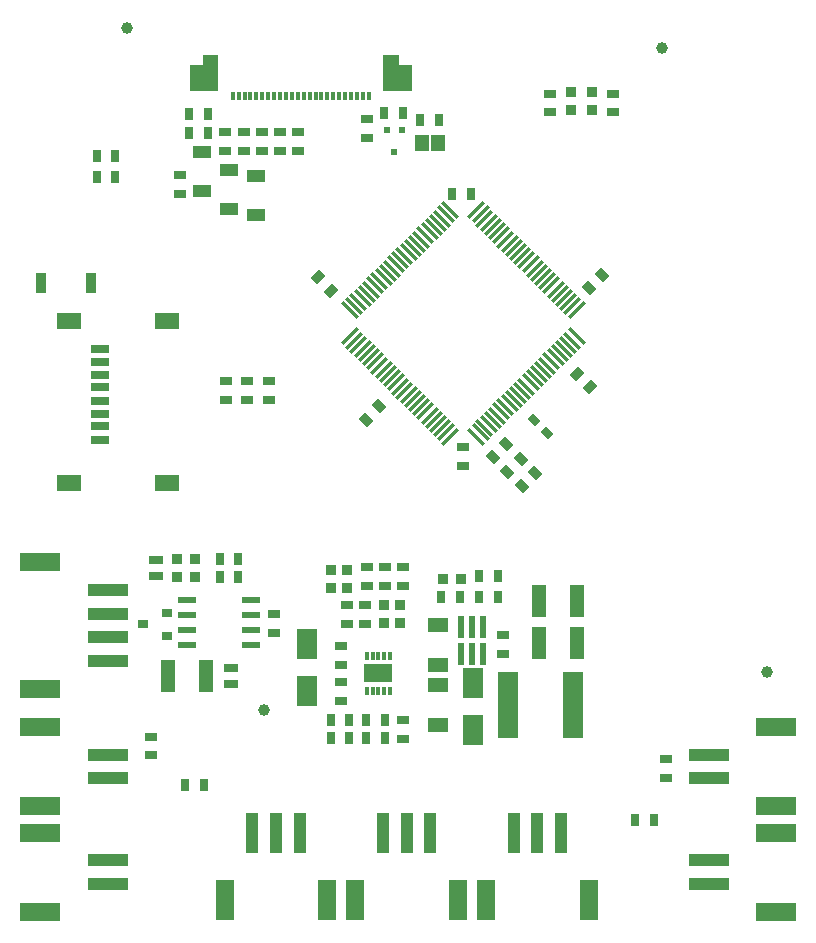
<source format=gtp>
%FSTAX23Y23*%
%MOIN*%
%SFA1B1*%

%IPPOS*%
%AMD17*
4,1,4,0.020900,-0.029200,0.029200,-0.020900,-0.020900,0.029200,-0.029200,0.020900,0.020900,-0.029200,0.0*
%
%AMD18*
4,1,4,-0.029200,-0.020900,-0.020900,-0.029200,0.029200,0.020900,0.020900,0.029200,-0.029200,-0.020900,0.0*
%
%AMD30*
4,1,4,-0.024700,-0.003500,-0.003500,-0.024700,0.024700,0.003500,0.003500,0.024700,-0.024700,-0.003500,0.0*
%
%AMD34*
4,1,4,-0.003500,0.024700,-0.024700,0.003500,0.003500,-0.024700,0.024700,-0.003500,-0.003500,0.024700,0.0*
%
%AMD39*
4,1,4,-0.020200,0.003500,0.003500,-0.020200,0.020200,-0.003500,-0.003500,0.020200,-0.020200,0.003500,0.0*
%
G04~CAMADD=17~9~0.0~0.0~118.1~708.7~0.0~0.0~0~0.0~0.0~0.0~0.0~0~0.0~0.0~0.0~0.0~0~0.0~0.0~0.0~225.0~584.0~583.0*
%ADD17D17*%
G04~CAMADD=18~9~0.0~0.0~118.1~708.7~0.0~0.0~0~0.0~0.0~0.0~0.0~0~0.0~0.0~0.0~0.0~0~0.0~0.0~0.0~135.0~584.0~583.0*
%ADD18D18*%
%ADD19C,0.039370*%
%ADD20R,0.133858X0.059055*%
%ADD21R,0.137795X0.039370*%
%ADD22R,0.071000X0.047000*%
%ADD23R,0.070866X0.224409*%
%ADD24R,0.066929X0.098425*%
%ADD25R,0.051181X0.110236*%
%ADD26R,0.030000X0.040000*%
%ADD27R,0.024098X0.073008*%
%ADD28R,0.040000X0.030000*%
%ADD29R,0.035000X0.035000*%
G04~CAMADD=30~9~0.0~0.0~300.0~400.0~0.0~0.0~0~0.0~0.0~0.0~0.0~0~0.0~0.0~0.0~0.0~0~0.0~0.0~0.0~135.0~494.0~493.0*
%ADD30D30*%
%ADD31R,0.035000X0.070000*%
%ADD32R,0.061024X0.023622*%
%ADD33R,0.035000X0.035000*%
G04~CAMADD=34~9~0.0~0.0~300.0~400.0~0.0~0.0~0~0.0~0.0~0.0~0.0~0~0.0~0.0~0.0~0.0~0~0.0~0.0~0.0~45.0~494.0~493.0*
%ADD34D34*%
%ADD35R,0.011811X0.029527*%
%ADD36R,0.094488X0.062992*%
%ADD37R,0.059055X0.031496*%
%ADD38R,0.078740X0.057087*%
G04~CAMADD=39~9~0.0~0.0~334.6~236.2~0.0~0.0~0~0.0~0.0~0.0~0.0~0~0.0~0.0~0.0~0.0~0~0.0~0.0~0.0~135.0~404.0~403.0*
%ADD39D39*%
%ADD40R,0.050000X0.030000*%
%ADD41R,0.011811X0.031496*%
%ADD42R,0.039370X0.039370*%
%ADD43R,0.059055X0.133858*%
%ADD44R,0.039370X0.137795*%
%ADD45R,0.045449X0.053394*%
%ADD46R,0.018504X0.023622*%
%ADD47R,0.035433X0.031496*%
%ADD48R,0.060000X0.040000*%
%LNstrwl-p01-v01-1*%
%LPD*%
G36*
X00884Y02955D02*
X00789D01*
Y03042*
X00833*
Y03076*
X00884*
Y02955*
G37*
G36*
X01486Y03042D02*
X0153D01*
Y02955*
X01435*
Y03076*
X01486*
Y03042*
G37*
G54D17*
X01745Y01804D03*
X01759Y01818D03*
X01772Y01832D03*
X01786Y01846D03*
X018Y0186D03*
X01814Y01874D03*
X01828Y01888D03*
X01842Y01902D03*
X01856Y01916D03*
X0187Y0193D03*
X01884Y01943D03*
X01898Y01957D03*
X01912Y01971D03*
X01926Y01985D03*
X0194Y01999D03*
X01953Y02013D03*
X01967Y02027D03*
X01981Y02041D03*
X01995Y02055D03*
X02009Y02069D03*
X02023Y02083D03*
X02037Y02097D03*
X02051Y02111D03*
X02065Y02124D03*
X02079Y02138D03*
X01658Y02559D03*
X01644Y02545D03*
X01631Y02531D03*
X01617Y02517D03*
X01603Y02503D03*
X01589Y02489D03*
X01575Y02475D03*
X01561Y02461D03*
X01547Y02447D03*
X01533Y02433D03*
X01519Y0242D03*
X01505Y02406D03*
X01491Y02392D03*
X01477Y02378D03*
X01463Y02364D03*
X0145Y0235D03*
X01436Y02336D03*
X01422Y02322D03*
X01408Y02308D03*
X01394Y02294D03*
X0138Y0228D03*
X01366Y02266D03*
X01352Y02252D03*
X01338Y02239D03*
X01324Y02225D03*
G54D18*
X02079Y02225D03*
X02065Y02239D03*
X02051Y02252D03*
X02037Y02266D03*
X02023Y0228D03*
X02009Y02294D03*
X01995Y02308D03*
X01981Y02322D03*
X01967Y02336D03*
X01953Y0235D03*
X0194Y02364D03*
X01926Y02378D03*
X01912Y02392D03*
X01898Y02406D03*
X01884Y0242D03*
X0187Y02433D03*
X01856Y02447D03*
X01842Y02461D03*
X01828Y02475D03*
X01814Y02489D03*
X018Y02503D03*
X01786Y02517D03*
X01772Y02531D03*
X01759Y02545D03*
X01745Y02559D03*
X01324Y02138D03*
X01338Y02124D03*
X01352Y02111D03*
X01366Y02097D03*
X0138Y02083D03*
X01394Y02069D03*
X01408Y02055D03*
X01422Y02041D03*
X01436Y02027D03*
X0145Y02013D03*
X01463Y01999D03*
X01477Y01985D03*
X01491Y01971D03*
X01505Y01957D03*
X01519Y01943D03*
X01533Y0193D03*
X01547Y01916D03*
X01561Y01902D03*
X01575Y01888D03*
X01589Y01874D03*
X01603Y0186D03*
X01617Y01846D03*
X01631Y01832D03*
X01644Y01818D03*
X01658Y01804D03*
G54D19*
X01038Y00893D03*
X02713Y01018D03*
X02364Y031D03*
X00582Y03166D03*
G54D20*
X0029Y00221D03*
Y00484D03*
X02745Y00836D03*
Y00573D03*
Y00221D03*
Y00484D03*
X00289Y01385D03*
Y00964D03*
X0029Y00836D03*
Y00573D03*
G54D21*
X00516Y00313D03*
Y00392D03*
X02519Y00744D03*
Y00665D03*
Y00313D03*
Y00392D03*
X00516Y01056D03*
Y01135D03*
Y01214D03*
Y01293D03*
X00516Y00744D03*
Y00665D03*
G54D22*
X01617Y00844D03*
Y00976D03*
Y01176D03*
Y01044D03*
G54D23*
X01852Y00911D03*
X02067D03*
G54D24*
X01733Y00826D03*
Y00983D03*
X01181Y00957D03*
Y01114D03*
G54D25*
X01954Y01255D03*
X02082D03*
X01954Y01115D03*
X02082D03*
X00716Y01006D03*
X00843D03*
G54D26*
X01626Y0127D03*
X01689D03*
X01754Y01271D03*
X01817D03*
X01754Y0134D03*
X01816D03*
X01259Y00798D03*
X01321D03*
X00542Y02668D03*
X0048D03*
X00542Y02738D03*
X0048D03*
X01441Y00858D03*
X01378D03*
X0089Y01397D03*
X00952D03*
X00952Y01337D03*
X0089D03*
X01259Y00858D03*
X01321D03*
X01378Y00798D03*
X01441D03*
X01665Y02614D03*
X01728D03*
X01558Y02859D03*
X01621D03*
X01501Y02883D03*
X01438D03*
X00837Y00644D03*
X00775D03*
X02337Y00525D03*
X02274D03*
X0085Y02878D03*
X00787D03*
X00849Y02817D03*
X00787D03*
G54D27*
X01768Y01171D03*
X01731D03*
X01693D03*
Y0108D03*
X01731D03*
X01768D03*
G54D28*
X01834Y01143D03*
Y01081D03*
X01989Y02885D03*
Y02947D03*
X02199D03*
Y02885D03*
X01373Y01179D03*
Y01242D03*
X01294Y01107D03*
Y01044D03*
X01069Y01151D03*
Y01214D03*
X01029Y02757D03*
Y02819D03*
X01149Y02757D03*
Y02819D03*
X01089Y02757D03*
Y02819D03*
X02377Y00665D03*
Y00728D03*
X01701Y01705D03*
Y01768D03*
X00909Y01927D03*
Y0199D03*
X00981Y01927D03*
Y0199D03*
X01054Y01927D03*
Y0199D03*
X01439Y01369D03*
Y01306D03*
X01499Y01369D03*
Y01306D03*
X01379Y01369D03*
Y01306D03*
X01313Y01179D03*
Y01242D03*
X01502Y00859D03*
Y00797D03*
X00662Y00804D03*
Y00742D03*
X01294Y00987D03*
Y00924D03*
X0138Y02864D03*
Y02801D03*
X00757Y02677D03*
Y02614D03*
X00908Y02819D03*
Y02756D03*
X00969Y02819D03*
Y02756D03*
G54D29*
X01694Y01331D03*
X01634D03*
X00807Y01336D03*
X00747D03*
Y01397D03*
X00807D03*
G54D30*
X02124Y01969D03*
X0208Y02013D03*
X01216Y02336D03*
X01261Y02291D03*
G54D31*
X0046Y02315D03*
X00295D03*
G54D32*
X00993Y01108D03*
Y01158D03*
Y01208D03*
Y01258D03*
X0078Y01108D03*
Y01158D03*
Y01208D03*
Y01258D03*
G54D33*
X0213Y02952D03*
Y02892D03*
X0206Y02952D03*
Y02892D03*
X01436Y01244D03*
Y01184D03*
X01489Y01244D03*
Y01184D03*
X01315Y01361D03*
Y01301D03*
X0126Y01361D03*
Y01301D03*
G54D34*
X01848Y01687D03*
X01893Y01731D03*
X01942Y01684D03*
X01897Y01639D03*
X01845Y0178D03*
X018Y01735D03*
X01421Y01905D03*
X01377Y01861D03*
X02164Y02343D03*
X02119Y02298D03*
G54D35*
X01379Y00956D03*
X01399D03*
X01418D03*
X01438D03*
X01458D03*
Y01074D03*
X01438D03*
X01418D03*
X01399D03*
X01379D03*
G54D36*
X01418Y01015D03*
G54D37*
X00489Y02097D03*
Y02054D03*
Y02011D03*
Y01968D03*
Y01924D03*
Y01881D03*
Y01838D03*
Y01794D03*
G54D38*
X00386Y0165D03*
Y02191D03*
X00713Y0165D03*
Y02191D03*
G54D39*
X01982Y01816D03*
X01938Y01861D03*
G54D40*
X00678Y01339D03*
Y01394D03*
X00928Y00979D03*
Y01034D03*
G54D41*
X00973Y0294D03*
X01386D03*
X01366D03*
X01347D03*
X01327D03*
X01307D03*
X01287D03*
X01268D03*
X01248D03*
X01228D03*
X01209D03*
X01189D03*
X01169D03*
X0115D03*
X0113D03*
X0111D03*
X01091D03*
X01071D03*
X01051D03*
X01032D03*
X01012D03*
X00992D03*
X00953D03*
X00933D03*
G54D42*
X01484Y03003D03*
X00835D03*
G54D43*
X01777Y00258D03*
X02119D03*
X01341D03*
X01684D03*
X00906D03*
X01248D03*
G54D44*
X02027Y00484D03*
X01948D03*
X01869D03*
X01591D03*
X01513D03*
X01434D03*
X01156D03*
X01077D03*
X00998D03*
G54D45*
X01616Y02784D03*
X01563D03*
G54D46*
X01497Y02827D03*
X01446D03*
X01472Y02752D03*
G54D47*
X00634Y01179D03*
X00713Y01141D03*
Y01216D03*
G54D48*
X0101Y02673D03*
Y02543D03*
X0092Y02562D03*
Y02692D03*
X00832Y02622D03*
Y02752D03*
M02*
</source>
